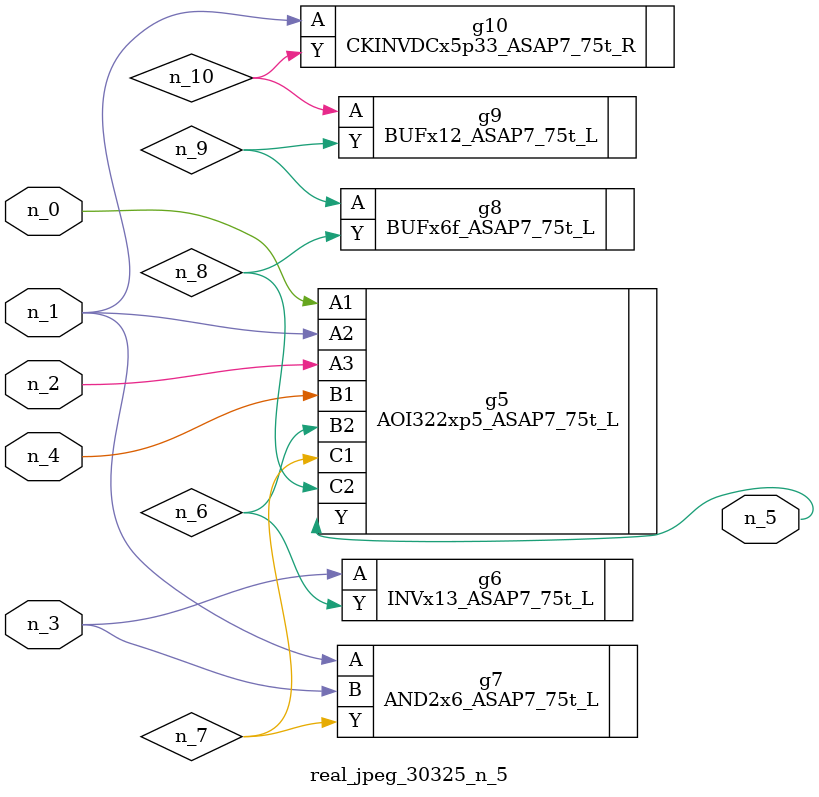
<source format=v>
module real_jpeg_30325_n_5 (n_4, n_0, n_1, n_2, n_3, n_5);

input n_4;
input n_0;
input n_1;
input n_2;
input n_3;

output n_5;

wire n_8;
wire n_6;
wire n_7;
wire n_10;
wire n_9;

AOI322xp5_ASAP7_75t_L g5 ( 
.A1(n_0),
.A2(n_1),
.A3(n_2),
.B1(n_4),
.B2(n_6),
.C1(n_7),
.C2(n_8),
.Y(n_5)
);

AND2x6_ASAP7_75t_L g7 ( 
.A(n_1),
.B(n_3),
.Y(n_7)
);

CKINVDCx5p33_ASAP7_75t_R g10 ( 
.A(n_1),
.Y(n_10)
);

INVx13_ASAP7_75t_L g6 ( 
.A(n_3),
.Y(n_6)
);

BUFx6f_ASAP7_75t_L g8 ( 
.A(n_9),
.Y(n_8)
);

BUFx12_ASAP7_75t_L g9 ( 
.A(n_10),
.Y(n_9)
);


endmodule
</source>
